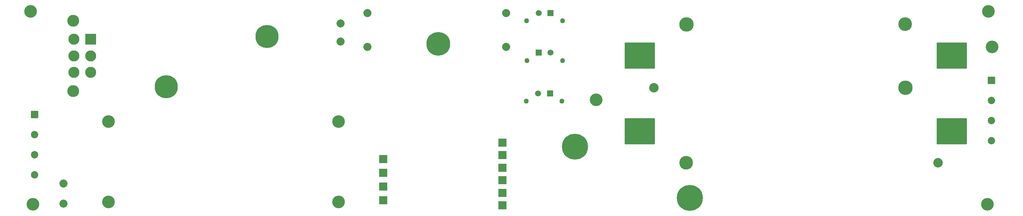
<source format=gts>
G04 #@! TF.GenerationSoftware,KiCad,Pcbnew,7.0.9*
G04 #@! TF.CreationDate,2024-04-22T21:03:38-07:00*
G04 #@! TF.ProjectId,AVcarrierBoard,41566361-7272-4696-9572-426f6172642e,rev?*
G04 #@! TF.SameCoordinates,Original*
G04 #@! TF.FileFunction,Soldermask,Top*
G04 #@! TF.FilePolarity,Negative*
%FSLAX46Y46*%
G04 Gerber Fmt 4.6, Leading zero omitted, Abs format (unit mm)*
G04 Created by KiCad (PCBNEW 7.0.9) date 2024-04-22 21:03:38*
%MOMM*%
%LPD*%
G01*
G04 APERTURE LIST*
G04 Aperture macros list*
%AMRoundRect*
0 Rectangle with rounded corners*
0 $1 Rounding radius*
0 $2 $3 $4 $5 $6 $7 $8 $9 X,Y pos of 4 corners*
0 Add a 4 corners polygon primitive as box body*
4,1,4,$2,$3,$4,$5,$6,$7,$8,$9,$2,$3,0*
0 Add four circle primitives for the rounded corners*
1,1,$1+$1,$2,$3*
1,1,$1+$1,$4,$5*
1,1,$1+$1,$6,$7*
1,1,$1+$1,$8,$9*
0 Add four rect primitives between the rounded corners*
20,1,$1+$1,$2,$3,$4,$5,0*
20,1,$1+$1,$4,$5,$6,$7,0*
20,1,$1+$1,$6,$7,$8,$9,0*
20,1,$1+$1,$8,$9,$2,$3,0*%
G04 Aperture macros list end*
%ADD10C,6.000000*%
%ADD11C,2.032000*%
%ADD12C,3.200000*%
%ADD13C,1.270000*%
%ADD14R,1.520000X1.520000*%
%ADD15C,1.520000*%
%ADD16RoundRect,0.102000X-0.825000X0.825000X-0.825000X-0.825000X0.825000X-0.825000X0.825000X0.825000X0*%
%ADD17C,1.854000*%
%ADD18R,2.032000X2.032000*%
%ADD19C,2.999999*%
%ADD20R,2.800000X2.800000*%
%ADD21C,2.800000*%
%ADD22C,3.450000*%
%ADD23C,2.390000*%
%ADD24RoundRect,0.102000X-3.670000X-3.175000X3.670000X-3.175000X3.670000X3.175000X-3.670000X3.175000X0*%
%ADD25C,6.560820*%
%ADD26C,3.654400*%
%ADD27C,2.387600*%
%ADD28C,5.842000*%
G04 APERTURE END LIST*
D10*
X131210000Y-78920000D03*
D11*
X148310000Y-71120000D03*
X148310000Y-79620000D03*
X113310000Y-71120000D03*
X113310000Y-79620000D03*
D12*
X171000000Y-93000000D03*
D13*
X153362416Y-93400000D03*
X162362398Y-93400000D03*
D14*
X159362399Y-91440000D03*
D15*
X156362400Y-91440000D03*
D16*
X29464000Y-96723200D03*
D17*
X29464000Y-101803200D03*
X29464000Y-106883200D03*
X29464000Y-111963200D03*
D12*
X48057500Y-98503750D03*
X48057500Y-118823750D03*
X106057500Y-98503750D03*
X106057500Y-118823750D03*
D18*
X117275000Y-108060000D03*
X117275000Y-111520000D03*
X117275000Y-114980000D03*
X117275000Y-118440000D03*
D11*
X36735000Y-114220000D03*
X36735000Y-119300000D03*
D12*
X28448000Y-70713600D03*
X29006800Y-119430800D03*
D19*
X39166800Y-90830400D03*
X39166800Y-73030436D03*
D20*
X43557799Y-77730434D03*
D21*
X43557799Y-81930433D03*
X43557799Y-86130432D03*
X39357800Y-77730434D03*
X39357800Y-81930433D03*
X39357800Y-86130432D03*
D22*
X193720000Y-108945000D03*
X248920000Y-73935000D03*
D23*
X257140000Y-108945000D03*
D24*
X181990000Y-81885000D03*
X260650000Y-81885000D03*
X181990000Y-100995000D03*
X260650000Y-100995000D03*
D16*
X270650000Y-88137500D03*
D17*
X270650000Y-93217500D03*
X270650000Y-98297500D03*
X270650000Y-103377500D03*
D12*
X269595600Y-119430800D03*
D13*
X153486617Y-73054600D03*
X162486599Y-73054600D03*
D14*
X159486600Y-71094600D03*
D15*
X156486601Y-71094600D03*
D12*
X270852000Y-79675000D03*
X269849600Y-70713600D03*
D25*
X194616600Y-117830600D03*
X165673300Y-104876600D03*
D18*
X147372600Y-103860600D03*
X147372600Y-107035600D03*
X147372600Y-110210600D03*
X147372600Y-113385600D03*
X147372600Y-116560600D03*
X147372600Y-119735600D03*
D26*
X249000000Y-90000000D03*
X193755000Y-73998000D03*
D27*
X185525400Y-90000000D03*
D28*
X62616800Y-89756000D03*
X88016800Y-77056000D03*
D11*
X106599387Y-78326000D03*
X106599387Y-73765535D03*
D13*
X162511984Y-83087600D03*
X153512002Y-83087600D03*
D14*
X156512001Y-81127600D03*
D15*
X159512000Y-81127600D03*
M02*

</source>
